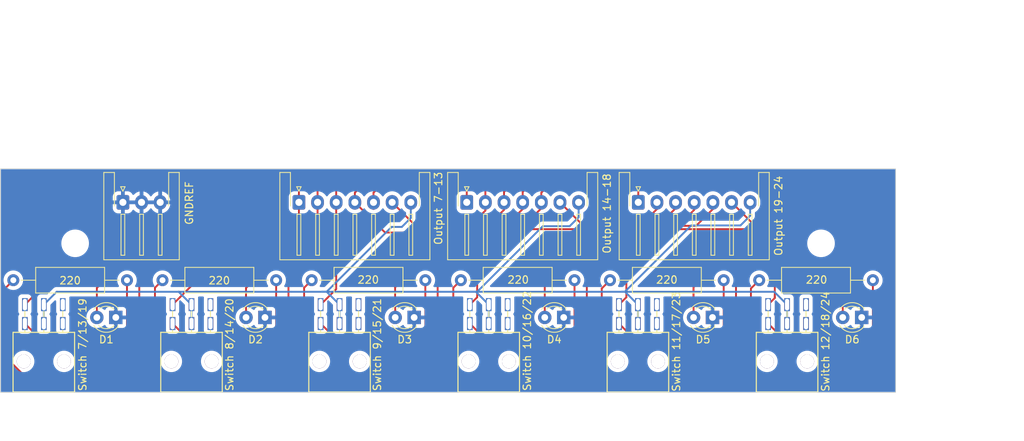
<source format=kicad_pcb>
(kicad_pcb (version 20221018) (generator pcbnew)
  (layers (0 "F.Cu" signal) (31 "B.Cu" signal) (34 "B.Paste" user) (35 "F.Paste" user) (36 "B.SilkS" user "B.Silkscreen") (37 "F.SilkS" user "F.Silkscreen") (38 "B.Mask" user) (39 "F.Mask" user) (44 "Edge.Cuts" user))
  (net 0 "")
  (net 1 "On_1")
  (net 2 "On_2")
  (net 3 "On_3")
  (net 4 "On_4")
  (net 5 "On_5")
  (net 6 "On_6")
  (net 7 "GNDREF")
  (net 8 "Net-(D1-A)")
  (net 9 "Net-(D2-A)")
  (net 10 "Net-(D3-A)")
  (net 11 "Net-(D4-A)")
  (net 12 "Net-(D5-A)")
  (net 13 "Net-(D6-A)")
  (net 14 "5V")
  (net 15 "Net-(R1-Pad1)")
  (net 16 "Net-(R2-Pad1)")
  (net 17 "Net-(R3-Pad1)")
  (net 18 "Net-(R4-Pad1)")
  (net 19 "Net-(R5-Pad1)")
  (net 20 "Net-(R6-Pad1)")
  (footprint "Resistor_THT:R_Axial_DIN0309_L9.0mm_D3.2mm_P15.24mm_Horizontal" (layer "F.Cu") (at 106.95 64.95 180)
    (fp_text reference "R3")
    (fp_text value "220" (at 7.65 0.05) (layer "F.SilkS"))
    (pad "1" thru_hole circle (at 0 0 180) (size 1.6 1.6) (drill 0.8) (layers "*.Cu" "*.Mask") (net 17 "Net-(R3-Pad1)"))
    (pad "2" thru_hole oval (at 15.24 0 180) (size 1.6 1.6) (drill 0.8) (layers "*.Cu" "*.Mask") (net 10 "Net-(D3-A)"))
  )
  (footprint "LED_THT:LED_D3.0mm" (layer "F.Cu") (at 85.45 69.95 180)
    (fp_text reference "D2" (at 1.27 -2.96) (layer "F.SilkS"))
    (fp_text value "LED")
    (pad "1" thru_hole rect (at 0 0 180) (size 1.8 1.8) (drill 0.9) (layers "*.Cu" "*.Mask") (net 7 "GNDREF"))
    (pad "2" thru_hole circle (at 2.54 0 180) (size 1.8 1.8) (drill 0.9) (layers "*.Cu" "*.Mask") (net 9 "Net-(D2-A)"))
  )
  (footprint "MountingHole:MountingHole_3.2mm_M3" (layer "F.Cu") (at 60 60)
    (fp_text reference "REF**")
    (fp_text value "MountingHole_3.2mm_M3")
    (pad "" np_thru_hole circle (at 0 0) (size 3.2 3.2) (drill 3.2) (layers "*.Cu" "*.Mask"))
  )
  (footprint "Resistor_THT:R_Axial_DIN0309_L9.0mm_D3.2mm_P15.24mm_Horizontal" (layer "F.Cu") (at 86.95 64.95 180)
    (fp_text reference "R2")
    (fp_text value "220" (at 7.62 -0.05) (layer "F.SilkS"))
    (pad "1" thru_hole circle (at 0 0 180) (size 1.6 1.6) (drill 0.8) (layers "*.Cu" "*.Mask") (net 16 "Net-(R2-Pad1)"))
    (pad "2" thru_hole oval (at 15.24 0 180) (size 1.6 1.6) (drill 0.8) (layers "*.Cu" "*.Mask") (net 9 "Net-(D2-A)"))
  )
  (footprint "Maxime:maxi_DPDT_Angled" (layer "F.Cu") (at 55.8 79.95)
    (fp_text reference "Switch1" hide)
    (fp_text value "Switch 7/13/19" (at 5.2 -6.35 270) (layer "F.SilkS"))
    (pad "" thru_hole circle (at -2.7 -4.1) (size 1.85 1.85) (drill 1.85) (layers "*.Cu" "*.Mask"))
    (pad "" thru_hole circle (at 2.7 -4.1) (size 1.85 1.85) (drill 1.85) (layers "*.Cu" "*.Mask"))
    (pad "1" thru_hole rect (at -2.54 -11.72) (size 0.75 1.75) (drill oval 0.55 1.55) (layers "*.Cu" "*.Mask") (net 1 "On_1"))
    (pad "2" thru_hole rect (at 0 -11.72) (size 0.75 1.75) (drill oval 0.55 1.55) (layers "*.Cu" "*.Mask") (net 14 "5V"))
    (pad "3" thru_hole rect (at 2.54 -11.72) (size 0.75 1.75) (drill oval 0.55 1.55) (layers "*.Cu" "*.Mask"))
    (pad "4" thru_hole rect (at -2.54 -9.18) (size 0.75 1.75) (drill oval 0.55 1.55) (layers "*.Cu" "*.Mask") (net 15 "Net-(R1-Pad1)"))
    (pad "5" thru_hole rect (at 0 -9.18) (size 0.75 1.75) (drill oval 0.55 1.55) (layers "*.Cu" "*.Mask") (net 14 "5V"))
    (pad "6" thru_hole rect (at 2.54 -9.18) (size 0.75 1.75) (drill oval 0.55 1.55) (layers "*.Cu" "*.Mask"))
  )
  (footprint "Resistor_THT:R_Axial_DIN0309_L9.0mm_D3.2mm_P15.24mm_Horizontal" (layer "F.Cu") (at 126.95 64.95 180)
    (fp_text reference "R4")
    (fp_text value "220" (at 7.55 0.05) (layer "F.SilkS"))
    (pad "1" thru_hole circle (at 0 0 180) (size 1.6 1.6) (drill 0.8) (layers "*.Cu" "*.Mask") (net 18 "Net-(R4-Pad1)"))
    (pad "2" thru_hole oval (at 15.24 0 180) (size 1.6 1.6) (drill 0.8) (layers "*.Cu" "*.Mask") (net 11 "Net-(D4-A)"))
  )
  (footprint "LED_THT:LED_D3.0mm" (layer "F.Cu") (at 65.45 69.95 180)
    (fp_text reference "D1" (at 1.27 -2.96) (layer "F.SilkS"))
    (fp_text value "LED")
    (pad "1" thru_hole rect (at 0 0 180) (size 1.8 1.8) (drill 0.9) (layers "*.Cu" "*.Mask") (net 7 "GNDREF"))
    (pad "2" thru_hole circle (at 2.54 0 180) (size 1.8 1.8) (drill 0.9) (layers "*.Cu" "*.Mask") (net 8 "Net-(D1-A)"))
  )
  (footprint "MountingHole:MountingHole_3.2mm_M3" (layer "F.Cu") (at 160 60)
    (fp_text reference "REF**")
    (fp_text value "MountingHole_3.2mm_M3")
    (pad "" np_thru_hole circle (at 0 0) (size 3.2 3.2) (drill 3.2) (layers "*.Cu" "*.Mask"))
  )
  (footprint "Connector_JST:JST_XH_S7B-XH-A-1_1x07_P2.50mm_Horizontal" (layer "F.Cu") (at 135.5 54.5)
    (fp_text reference "J10")
    (fp_text value "Output 19-24" (at 18.8 1.8 90) (layer "F.SilkS"))
    (pad "1" thru_hole roundrect (at 0 0) (size 1.7 1.95) (drill 0.95) (layers "*.Cu" "*.Mask") (roundrect_rratio 0.1470588235) (net 1 "On_1"))
    (pad "2" thru_hole oval (at 2.5 0) (size 1.7 1.95) (drill 0.95) (layers "*.Cu" "*.Mask") (net 2 "On_2"))
    (pad "3" thru_hole oval (at 5 0) (size 1.7 1.95) (drill 0.95) (layers "*.Cu" "*.Mask") (net 3 "On_3"))
    (pad "4" thru_hole oval (at 7.5 0) (size 1.7 1.95) (drill 0.95) (layers "*.Cu" "*.Mask") (net 4 "On_4"))
    (pad "5" thru_hole oval (at 10 0) (size 1.7 1.95) (drill 0.95) (layers "*.Cu" "*.Mask") (net 5 "On_5"))
    (pad "6" thru_hole oval (at 12.5 0) (size 1.7 1.95) (drill 0.95) (layers "*.Cu" "*.Mask") (net 6 "On_6"))
    (pad "7" thru_hole oval (at 15 0) (size 1.7 1.95) (drill 0.95) (layers "*.Cu" "*.Mask") (net 14 "5V"))
  )
  (footprint "LED_THT:LED_D3.0mm" (layer "F.Cu") (at 105.45 69.95 180)
    (fp_text reference "D3" (at 1.27 -2.96) (layer "F.SilkS"))
    (fp_text value "LED")
    (pad "1" thru_hole rect (at 0 0 180) (size 1.8 1.8) (drill 0.9) (layers "*.Cu" "*.Mask") (net 7 "GNDREF"))
    (pad "2" thru_hole circle (at 2.54 0 180) (size 1.8 1.8) (drill 0.9) (layers "*.Cu" "*.Mask") (net 10 "Net-(D3-A)"))
  )
  (footprint "LED_THT:LED_D3.0mm" (layer "F.Cu") (at 165.45 69.95 180)
    (fp_text reference "D6" (at 1.27 -2.96) (layer "F.SilkS"))
    (fp_text value "LED")
    (pad "1" thru_hole rect (at 0 0 180) (size 1.8 1.8) (drill 0.9) (layers "*.Cu" "*.Mask") (net 7 "GNDREF"))
    (pad "2" thru_hole circle (at 2.54 0 180) (size 1.8 1.8) (drill 0.9) (layers "*.Cu" "*.Mask") (net 13 "Net-(D6-A)"))
  )
  (footprint "Connector_JST:JST_XH_S3B-XH-A-1_1x03_P2.50mm_Horizontal" (layer "F.Cu") (at 66.4 54.5)
    (fp_text reference "J2")
    (fp_text value "GNDREF" (at 8.9 0.1 90) (layer "F.SilkS"))
    (pad "1" thru_hole roundrect (at 0 0) (size 1.7 1.95) (drill 0.95) (layers "*.Cu" "*.Mask") (roundrect_rratio 0.1470588235) (net 7 "GNDREF"))
    (pad "2" thru_hole oval (at 2.5 0) (size 1.7 1.95) (drill 0.95) (layers "*.Cu" "*.Mask") (net 7 "GNDREF"))
    (pad "3" thru_hole oval (at 5 0) (size 1.7 1.95) (drill 0.95) (layers "*.Cu" "*.Mask") (net 7 "GNDREF"))
  )
  (footprint "Connector_JST:JST_XH_S7B-XH-A-1_1x07_P2.50mm_Horizontal" (layer "F.Cu") (at 112.5 54.5)
    (fp_text reference "J9")
    (fp_text value "Output 14-18" (at 18.8 1.5 90) (layer "F.SilkS"))
    (pad "1" thru_hole roundrect (at 0 0) (size 1.7 1.95) (drill 0.95) (layers "*.Cu" "*.Mask") (roundrect_rratio 0.1470588235) (net 1 "On_1"))
    (pad "2" thru_hole oval (at 2.5 0) (size 1.7 1.95) (drill 0.95) (layers "*.Cu" "*.Mask") (net 2 "On_2"))
    (pad "3" thru_hole oval (at 5 0) (size 1.7 1.95) (drill 0.95) (layers "*.Cu" "*.Mask") (net 3 "On_3"))
    (pad "4" thru_hole oval (at 7.5 0) (size 1.7 1.95) (drill 0.95) (layers "*.Cu" "*.Mask") (net 4 "On_4"))
    (pad "5" thru_hole oval (at 10 0) (size 1.7 1.95) (drill 0.95) (layers "*.Cu" "*.Mask") (net 5 "On_5"))
    (pad "6" thru_hole oval (at 12.5 0) (size 1.7 1.95) (drill 0.95) (layers "*.Cu" "*.Mask") (net 6 "On_6"))
    (pad "7" thru_hole oval (at 15 0) (size 1.7 1.95) (drill 0.95) (layers "*.Cu" "*.Mask") (net 14 "5V"))
  )
  (footprint "Maxime:maxi_DPDT_Angled" (layer "F.Cu") (at 115.45 79.95)
    (fp_text reference "Switch4" hide)
    (fp_text value "Switch 10/16/22" (at 5.15 -6.85 270) (layer "F.SilkS"))
    (pad "" thru_hole circle (at -2.7 -4.1) (size 1.85 1.85) (drill 1.85) (layers "*.Cu" "*.Mask"))
    (pad "" thru_hole circle (at 2.7 -4.1) (size 1.85 1.85) (drill 1.85) (layers "*.Cu" "*.Mask"))
    (pad "1" thru_hole rect (at -2.54 -11.72) (size 0.75 1.75) (drill oval 0.55 1.55) (layers "*.Cu" "*.Mask") (net 4 "On_4"))
    (pad "2" thru_hole rect (at 0 -11.72) (size 0.75 1.75) (drill oval 0.55 1.55) (layers "*.Cu" "*.Mask") (net 14 "5V"))
    (pad "3" thru_hole rect (at 2.54 -11.72) (size 0.75 1.75) (drill oval 0.55 1.55) (layers "*.Cu" "*.Mask"))
    (pad "4" thru_hole rect (at -2.54 -9.18) (size 0.75 1.75) (drill oval 0.55 1.55) (layers "*.Cu" "*.Mask") (net 18 "Net-(R4-Pad1)"))
    (pad "5" thru_hole rect (at 0 -9.18) (size 0.75 1.75) (drill oval 0.55 1.55) (layers "*.Cu" "*.Mask") (net 14 "5V"))
    (pad "6" thru_hole rect (at 2.54 -9.18) (size 0.75 1.75) (drill oval 0.55 1.55) (layers "*.Cu" "*.Mask"))
  )
  (footprint "Connector_JST:JST_XH_S7B-XH-A-1_1x07_P2.50mm_Horizontal" (layer "F.Cu") (at 90 54.5)
    (fp_text reference "J8")
    (fp_text value "Output 7-13" (at 18.7 0.8 90) (layer "F.SilkS"))
    (pad "1" thru_hole roundrect (at 0 0) (size 1.7 1.95) (drill 0.95) (layers "*.Cu" "*.Mask") (roundrect_rratio 0.1470588235) (net 1 "On_1"))
    (pad "2" thru_hole oval (at 2.5 0) (size 1.7 1.95) (drill 0.95) (layers "*.Cu" "*.Mask") (net 2 "On_2"))
    (pad "3" thru_hole oval (at 5 0) (size 1.7 1.95) (drill 0.95) (layers "*.Cu" "*.Mask") (net 3 "On_3"))
    (pad "4" thru_hole oval (at 7.5 0) (size 1.7 1.95) (drill 0.95) (layers "*.Cu" "*.Mask") (net 4 "On_4"))
    (pad "5" thru_hole oval (at 10 0) (size 1.7 1.95) (drill 0.95) (layers "*.Cu" "*.Mask") (net 5 "On_5"))
    (pad "6" thru_hole oval (at 12.5 0) (size 1.7 1.95) (drill 0.95) (layers "*.Cu" "*.Mask") (net 6 "On_6"))
    (pad "7" thru_hole oval (at 15 0) (size 1.7 1.95) (drill 0.95) (layers "*.Cu" "*.Mask") (net 14 "5V"))
  )
  (footprint "Resistor_THT:R_Axial_DIN0309_L9.0mm_D3.2mm_P15.24mm_Horizontal" (layer "F.Cu") (at 166.95 64.95 180)
    (fp_text reference "R6")
    (fp_text value "220" (at 7.55 0.05) (layer "F.SilkS"))
    (pad "1" thru_hole circle (at 0 0 180) (size 1.6 1.6) (drill 0.8) (layers "*.Cu" "*.Mask") (net 20 "Net-(R6-Pad1)"))
    (pad "2" thru_hole oval (at 15.24 0 180) (size 1.6 1.6) (drill 0.8) (layers "*.Cu" "*.Mask") (net 13 "Net-(D6-A)"))
  )
  (footprint "LED_THT:LED_D3.0mm" (layer "F.Cu") (at 125.5 69.95 180)
    (fp_text reference "D4" (at 1.27 -2.96) (layer "F.SilkS"))
    (fp_text value "LED")
    (pad "1" thru_hole rect (at 0 0 180) (size 1.8 1.8) (drill 0.9) (layers "*.Cu" "*.Mask") (net 7 "GNDREF"))
    (pad "2" thru_hole circle (at 2.54 0 180) (size 1.8 1.8) (drill 0.9) (layers "*.Cu" "*.Mask") (net 11 "Net-(D4-A)"))
  )
  (footprint "Maxime:maxi_DPDT_Angled" (layer "F.Cu") (at 135.45 79.95)
    (fp_text reference "Switch5" hide)
    (fp_text value "Switch 11/17/23" (at 5.15 -6.75 270) (layer "F.SilkS"))
    (pad "" thru_hole circle (at -2.7 -4.1) (size 1.85 1.85) (drill 1.85) (layers "*.Cu" "*.Mask"))
    (pad "" thru_hole circle (at 2.7 -4.1) (size 1.85 1.85) (drill 1.85) (layers "*.Cu" "*.Mask"))
    (pad "1" thru_hole rect (at -2.54 -11.72) (size 0.75 1.75) (drill oval 0.55 1.55) (layers "*.Cu" "*.Mask") (net 5 "On_5"))
    (pad "2" thru_hole rect (at 0 -11.72) (size 0.75 1.75) (drill oval 0.55 1.55) (layers "*.Cu" "*.Mask") (net 14 "5V"))
    (pad "3" thru_hole rect (at 2.54 -11.72) (size 0.75 1.75) (drill oval 0.55 1.55) (layers "*.Cu" "*.Mask"))
    (pad "4" thru_hole rect (at -2.54 -9.18) (size 0.75 1.75) (drill oval 0.55 1.55) (layers "*.Cu" "*.Mask") (net 19 "Net-(R5-Pad1)"))
    (pad "5" thru_hole rect (at 0 -9.18) (size 0.75 1.75) (drill oval 0.55 1.55) (layers "*.Cu" "*.Mask") (net 14 "5V"))
    (pad "6" thru_hole rect (at 2.54 -9.18) (size 0.75 1.75) (drill oval 0.55 1.55) (layers "*.Cu" "*.Mask"))
  )
  (footprint "Maxime:maxi_DPDT_Angled" (layer "F.Cu") (at 75.6 79.95)
    (fp_text reference "Switch2" hide)
    (fp_text value "Switch 8/14/20" (at 5.1 -6.35 270) (layer "F.SilkS"))
    (pad "" thru_hole circle (at -2.7 -4.1) (size 1.85 1.85) (drill 1.85) (layers "*.Cu" "*.Mask"))
    (pad "" thru_hole circle (at 2.7 -4.1) (size 1.85 1.85) (drill 1.85) (layers "*.Cu" "*.Mask"))
    (pad "1" thru_hole rect (at -2.54 -11.72) (size 0.75 1.75) (drill oval 0.55 1.55) (layers "*.Cu" "*.Mask") (net 2 "On_2"))
    (pad "2" thru_hole rect (at 0 -11.72) (size 0.75 1.75) (drill oval 0.55 1.55) (layers "*.Cu" "*.Mask") (net 14 "5V"))
    (pad "3" thru_hole rect (at 2.54 -11.72) (size 0.75 1.75) (drill oval 0.55 1.55) (layers "*.Cu" "*.Mask"))
    (pad "4" thru_hole rect (at -2.54 -9.18) (size 0.75 1.75) (drill oval 0.55 1.55) (layers "*.Cu" "*.Mask") (net 16 "Net-(R2-Pad1)"))
    (pad "5" thru_hole rect (at 0 -9.18) (size 0.75 1.75) (drill oval 0.55 1.55) (layers "*.Cu" "*.Mask") (net 14 "5V"))
    (pad "6" thru_hole rect (at 2.54 -9.18) (size 0.75 1.75) (drill oval 0.55 1.55) (layers "*.Cu" "*.Mask"))
  )
  (footprint "Resistor_THT:R_Axial_DIN0309_L9.0mm_D3.2mm_P15.24mm_Horizontal" (layer "F.Cu") (at 146.95 64.95 180)
    (fp_text reference "R5")
    (fp_text value "220" (at 7.62 0.05) (layer "F.SilkS"))
    (pad "1" thru_hole circle (at 0 0 180) (size 1.6 1.6) (drill 0.8) (layers "*.Cu" "*.Mask") (net 19 "Net-(R5-Pad1)"))
    (pad "2" thru_hole oval (at 15.24 0 180) (size 1.6 1.6) (drill 0.8) (layers "*.Cu" "*.Mask") (net 12 "Net-(D5-A)"))
  )
  (footprint "Resistor_THT:R_Axial_DIN0309_L9.0mm_D3.2mm_P15.24mm_Horizontal" (layer "F.Cu") (at 66.95 64.95 180)
    (fp_text reference "R1")
    (fp_text value "220" (at 7.62 -0.05) (layer "F.SilkS"))
    (pad "1" thru_hole circle (at 0 0 180) (size 1.6 1.6) (drill 0.8) (layers "*.Cu" "*.Mask") (net 15 "Net-(R1-Pad1)"))
    (pad "2" thru_hole oval (at 15.24 0 180) (size 1.6 1.6) (drill 0.8) (layers "*.Cu" "*.Mask") (net 8 "Net-(D1-A)"))
  )
  (footprint "Maxime:maxi_DPDT_Angled" (layer "F.Cu") (at 95.45 79.95)
    (fp_text reference "Switch3" hide)
    (fp_text value "Switch 9/15/21" (at 5.05 -6.35 270) (layer "F.SilkS"))
    (pad "" thru_hole circle (at -2.7 -4.1) (size 1.85 1.85) (drill 1.85) (layers "*.Cu" "*.Mask"))
    (pad "" thru_hole circle (at 2.7 -4.1) (size 1.85 1.85) (drill 1.85) (layers "*.Cu" "*.Mask"))
    (pad "1" thru_hole rect (at -2.54 -11.72) (size 0.75 1.75) (drill oval 0.55 1.55) (layers "*.Cu" "*.Mask") (net 3 "On_3"))
    (pad "2" thru_hole rect (at 0 -11.72) (size 0.75 1.75) (drill oval 0.55 1.55) (layers "*.Cu" "*.Mask") (net 14 "5V"))
    (pad "3" thru_hole rect (at 2.54 -11.72) (size 0.75 1.75) (drill oval 0.55 1.55) (layers "*.Cu" "*.Mask"))
    (pad "4" thru_hole rect (at -2.54 -9.18) (size 0.75 1.75) (drill oval 0.55 1.55) (layers "*.Cu" "*.Mask") (net 17 "Net-(R3-Pad1)"))
    (pad "5" thru_hole rect (at 0 -9.18) (size 0.75 1.75) (drill oval 0.55 1.55) (layers "*.Cu" "*.Mask") (net 14 "5V"))
    (pad "6" thru_hole rect (at 2.54 -9.18) (size 0.75 1.75) (drill oval 0.55 1.55) (layers "*.Cu" "*.Mask"))
  )
  (footprint "LED_THT:LED_D3.0mm" (layer "F.Cu") (at 145.45 69.95 180)
    (fp_text reference "D5" (at 1.27 -2.96) (layer "F.SilkS"))
    (fp_text value "LED")
    (pad "1" thru_hole rect (at 0 0 180) (size 1.8 1.8) (drill 0.9) (layers "*.Cu" "*.Mask") (net 7 "GNDREF"))
    (pad "2" thru_hole circle (at 2.54 0 180) (size 1.8 1.8) (drill 0.9) (layers "*.Cu" "*.Mask") (net 12 "Net-(D5-A)"))
  )
  (footprint "Maxime:maxi_DPDT_Angled" (layer "F.Cu") (at 155.45 79.95)
    (fp_text reference "Switch6" hide)
    (fp_text value "Switch 12/18/24" (at 5.15 -6.75 270) (layer "F.SilkS"))
    (pad "" thru_hole circle (at -2.7 -4.1) (size 1.85 1.85) (drill 1.85) (layers "*.Cu" "*.Mask"))
    (pad "" thru_hole circle (at 2.7 -4.1) (size 1.85 1.85) (drill 1.85) (layers "*.Cu" "*.Mask"))
    (pad "1" thru_hole rect (at -2.54 -11.72) (size 0.75 1.75) (drill oval 0.55 1.55) (layers "*.Cu" "*.Mask") (net 6 "On_6"))
    (pad "2" thru_hole rect (at 0 -11.72) (size 0.75 1.75) (drill oval 0.55 1.55) (layers "*.Cu" "*.Mask") (net 14 "5V"))
    (pad "3" thru_hole rect (at 2.54 -11.72) (size 0.75 1.75) (drill oval 0.55 1.55) (layers "*.Cu" "*.Mask"))
    (pad "4" thru_hole rect (at -2.54 -9.18) (size 0.75 1.75) (drill oval 0.55 1.55) (layers "*.Cu" "*.Mask") (net 20 "Net-(R6-Pad1)"))
    (pad "5" thru_hole rect (at 0 -9.18) (size 0.75 1.75) (drill oval 0.55 1.55) (layers "*.Cu" "*.Mask") (net 14 "5V"))
    (pad "6" thru_hole rect (at 2.54 -9.18) (size 0.75 1.75) (drill oval 0.55 1.55) (layers "*.Cu" "*.Mask"))
  )
  (gr_rect (start 50 50) (end 170 80) (stroke (width 0.1)) (fill none) (layer "Edge.Cuts"))
  (segment (start 134.3 50.5) (end 135.5 51.7) (width 0.25) (layer "F.Cu") (net 1))
  (segment (start 90 52.4) (end 91.9 50.5) (width 0.25) (layer "F.Cu") (net 1))
  (segment (start 60.7 65) (end 63.263604 65) (width 0.25) (layer "F.Cu") (net 1))
  (segment (start 111.3 50.5) (end 112.5 51.7) (width 0.25) (layer "F.Cu") (net 1))
  (segment (start 53.26 68.23) (end 56.49 65) (width 0.25) (layer "F.Cu") (net 1))
  (segment (start 92 50.5) (end 109.9 50.5) (width 0.25) (layer "F.Cu") (net 1))
  (segment (start 90 60.5) (end 90 54.5) (width 0.25) (layer "F.Cu") (net 1))
  (segment (start 65.863604 62.4) (end 88.1 62.4) (width 0.25) (layer "F.Cu") (net 1))
  (segment (start 56.49 65) (end 60.7 65) (width 0.25) (layer "F.Cu") (net 1))
  (segment (start 60.7 65) (end 61.3 65) (width 0.25) (layer "F.Cu") (net 1))
  (segment (start 63.263604 65) (end 65.863604 62.4) (width 0.25) (layer "F.Cu") (net 1))
  (segment (start 90 52.4) (end 90 54.5) (width 0.25) (layer "F.Cu") (net 1))
  (segment (start 135.5 51.7) (end 135.5 54.5) (width 0.25) (layer "F.Cu") (net 1))
  (segment (start 109.9 50.5) (end 111.3 50.5) (width 0.25) (layer "F.Cu") (net 1))
  (segment (start 112.5 51.7) (end 112.5 54.5) (width 0.25) (layer "F.Cu") (net 1))
  (segment (start 88.1 62.4) (end 90 60.5) (width 0.25) (layer "F.Cu") (net 1))
  (segment (start 109.9 50.5) (end 134.3 50.5) (width 0.25) (layer "F.Cu") (net 1))
  (segment (start 91.9 50.5) (end 92 50.5) (width 0.25) (layer "F.Cu") (net 1))
  (segment (start 116 50.95) (end 128.65 50.95) (width 0.25) (layer "F.Cu") (net 2))
  (segment (start 91.05 62.85) (end 92.5 61.4) (width 0.25) (layer "F.Cu") (net 2))
  (segment (start 137.1 56.3) (end 138 55.4) (width 0.25) (layer "F.Cu") (net 2))
  (segment (start 128.65 50.95) (end 134 56.3) (width 0.25) (layer "F.Cu") (net 2))
  (segment (start 115 51.95) (end 116 50.95) (width 0.25) (layer "F.Cu") (net 2))
  (segment (start 115 54.5) (end 115 55.6) (width 0.25) (layer "F.Cu") (net 2))
  (segment (start 78.44 62.85) (end 91.05 62.85) (width 0.25) (layer "F.Cu") (net 2))
  (segment (start 115 55.6) (end 114.3 56.3) (width 0.25) (layer "F.Cu") (net 2))
  (segment (start 73.06 68.23) (end 74.045 67.245) (width 0.25) (layer "F.Cu") (net 2))
  (segment (start 92.5 54.5) (end 92.5 52.35) (width 0.25) (layer "F.Cu") (net 2))
  (segment (start 138 55.4) (end 138 54.5) (width 0.25) (layer "F.Cu") (net 2))
  (segment (start 93.9 50.95) (end 105.85 50.95) (width 0.25) (layer "F.Cu") (net 2))
  (segment (start 92.5 52.35) (end 93.9 50.95) (width 0.25) (layer "F.Cu") (net 2))
  (segment (start 74.045 67.245) (end 78.44 62.85) (width 0.25) (layer "F.Cu") (net 2))
  (segment (start 92.5 61.4) (end 92.5 54.5) (width 0.25) (layer "F.Cu") (net 2))
  (segment (start 111.2 56.3) (end 114.3 56.3) (width 0.25) (layer "F.Cu") (net 2))
  (segment (start 74.045 67.245) (end 74.1 67.19) (width 0.25) (layer "F.Cu") (net 2))
  (segment (start 115 54.5) (end 115 51.95) (width 0.25) (layer "F.Cu") (net 2))
  (segment (start 105.85 50.95) (end 111.2 56.3) (width 0.25) (layer "F.Cu") (net 2))
  (segment (start 134 56.3) (end 137.1 56.3) (width 0.25) (layer "F.Cu") (net 2))
  (segment (start 95 60.2) (end 95 54.5) (width 0.25) (layer "F.Cu") (net 3))
  (segment (start 117.5 53.1) (end 119.2 51.4) (width 0.25) (layer "F.Cu") (net 3))
  (segment (start 92.91 68.23) (end 93.8 67.34) (width 0.25) (layer "F.Cu") (net 3))
  (segment (start 111.013604 56.75) (end 116.25 56.75) (width 0.25) (layer "F.Cu") (net 3))
  (segment (start 95.9 51.4) (end 105.663604 51.4) (width 0.25) (layer "F.Cu") (net 3))
  (segment (start 119.2 51.4) (end 128.463604 51.4) (width 0.25) (layer "F.Cu") (net 3))
  (segment (start 95 54.5) (end 95 52.3) (width 0.25) (layer "F.Cu") (net 3))
  (segment (start 139.05 56.75) (end 140.5 55.3) (width 0.25) (layer "F.Cu") (net 3))
  (segment (start 95 52.3) (end 95.9 51.4) (width 0.25) (layer "F.Cu") (net 3))
  (segment (start 128.463604 51.4) (end 133.813604 56.75) (width 0.25) (layer "F.Cu") (net 3))
  (segment (start 116.25 56.75) (end 117.5 55.5) (width 0.25) (layer "F.Cu") (net 3))
  (segment (start 95 66.14) (end 93.8 67.34) (width 0.25) (layer "F.Cu") (net 3))
  (segment (start 105.663604 51.4) (end 111.013604 56.75) (width 0.25) (layer "F.Cu") (net 3))
  (segment (start 117.5 55.5) (end 117.5 54.5) (width 0.25) (layer "F.Cu") (net 3))
  (segment (start 117.5 54.5) (end 117.5 53.1) (width 0.25) (layer "F.Cu") (net 3))
  (segment (start 95 64) (end 95 60.2) (width 0.25) (layer "F.Cu") (net 3))
  (segment (start 133.813604 56.75) (end 139.05 56.75) (width 0.25) (layer "F.Cu") (net 3))
  (segment (start 140.5 55.3) (end 140.5 54.5) (width 0.25) (layer "F.Cu") (net 3))
  (segment (start 95 60.2) (end 95 66.14) (width 0.25) (layer "F.Cu") (net 3))
  (segment (start 118.2 57.2) (end 120 55.4) (width 0.25) (layer "F.Cu") (net 4))
  (segment (start 112.91 68.23) (end 113.9 67.24) (width 0.25) (layer "F.Cu") (net 4))
  (segment (start 97.5 53.2) (end 98.85 51.85) (width 0.25) (layer "F.Cu") (net 4))
  (segment (start 141.3 57.2) (end 143 55.5) (width 0.25) (layer "F.Cu") (net 4))
  (segment (start 110.827208 57.2) (end 118.2 57.2) (width 0.25) (layer "F.Cu") (net 4))
  (segment (start 121.25 51.85) (end 128.277208 51.85) (width 0.25) (layer "F.Cu") (net 4))
  (segment (start 143 55.5) (end 143 54.5) (width 0.25) (layer "F.Cu") (net 4))
  (segment (start 98.85 51.85) (end 105.477208 51.85) (width 0.25) (layer "F.Cu") (net 4))
  (segment (start 97.5 54.5) (end 97.5 53.2) (width 0.25) (layer "F.Cu") (net 4))
  (segment (start 113.9 60.3) (end 112.15 58.55) (width 0.25) (layer "F.Cu") (net 4))
  (segment (start 113.9 67.24) (end 113.9 60.3) (width 0.25) (layer "F.Cu") (net 4))
  (segment (start 120 54.5) (end 120 53.1) (width 0.25) (layer "F.Cu") (net 4))
  (segment (start 105.477208 51.85) (end 110.827208 57.2) (width 0.25) (layer "F.Cu") (net 4))
  (segment (start 112.15 58.55) (end 101.55 58.55) (width 0.25) (layer "F.Cu") (net 4))
  (segment (start 120 53.1) (end 121.25 51.85) (width 0.25) (layer "F.Cu") (net 4))
  (segment (start 133.627208 57.2) (end 141.3 57.2) (width 0.25) (layer "F.Cu") (net 4))
  (segment (start 128.277208 51.85) (end 133.627208 57.2) (width 0.25) (layer "F.Cu") (net 4))
  (segment (start 101.55 58.55) (end 97.5 54.5) (width 0.25) (layer "F.Cu") (net 4))
  (segment (start 120 55.4) (end 120 54.5) (width 0.25) (layer "F.Cu") (net 4))
  (segment (start 100 54.5) (end 100 53.2) (width 0.25) (layer "F.Cu") (net 5))
  (segment (start 133.9 67.24) (end 133.9 60.65) (width 0.25) (layer "F.Cu") (net 5))
  (segment (start 128.090812 52.3) (end 133.440812 57.65) (width 0.25) (layer "F.Cu") (net 5))
  (segment (start 133.9 60.65) (end 131.8 58.55) (width 0.25) (layer "F.Cu") (net 5))
  (segment (start 100 55.4) (end 100 54.5) (width 0.25) (layer "F.Cu") (net 5))
  (segment (start 105.390812 52.4) (end 110.640812 57.65) (width 0.25) (layer "F.Cu") (net 5))
  (segment (start 145.5 55.4) (end 145.5 54.5) (width 0.25) (layer "F.Cu") (net 5))
  (segment (start 100 53.2) (end 100.8 52.4) (width 0.25) (layer "F.Cu") (net 5))
  (segment (start 132.91 68.23) (end 133.9 67.24) (width 0.25) (layer "F.Cu") (net 5))
  (segment (start 100.8 52.4) (end 105.390812 52.4) (width 0.25) (layer "F.Cu") (net 5))
  (segment (start 120.15 57.65) (end 122.5 55.3) (width 0.25) (layer "F.Cu") (net 5))
  (segment (start 123.4 52.3) (end 128.090812 52.3) (width 0.25) (layer "F.Cu") (net 5))
  (segment (start 143.25 57.65) (end 145.5 55.4) (width 0.25) (layer "F.Cu") (net 5))
  (segment (start 133.440812 57.65) (end 143.25 57.65) (width 0.25) (layer "F.Cu") (net 5))
  (segment (start 110.640812 57.65) (end 120.15 57.65) (width 0.25) (layer "F.Cu") (net 5))
  (segment (start 122.5 54.5) (end 122.5 53.2) (width 0.25) (layer "F.Cu") (net 5))
  (segment (start 122.5 55.3) (end 122.5 54.5) (width 0.25) (layer "F.Cu") (net 5))
  (segment (start 122.5 53.2) (end 123.4 52.3) (width 0.25) (layer "F.Cu") (net 5))
  (segment (start 106.1 58.1) (end 102.5 54.5) (width 0.25) (layer "F.Cu") (net 6))
  (segment (start 106.9 58.1) (end 106.1 58.1) (width 0.25) (layer "F.Cu") (net 6))
  (segment (start 152.05 58.55) (end 153.8 60.3) (width 0.25) (layer "F.Cu") (net 6))
  (segment (start 151.6 58.1) (end 152.05 58.55) (width 0.25) (layer "F.Cu") (net 6))
  (segment (start 153.8 67.34) (end 152.91 68.23) (width 0.25) (layer "F.Cu") (net 6))
  (segment (start 148.3 58.1) (end 128.7 58.1) (width 0.25) (layer "F.Cu") (net 6))
  (segment (start 153.8 67.34) (end 153.8 67) (width 0.25) (layer "F.Cu") (net 6))
  (segment (start 153.8 60.5) (end 153.8 67.34) (width 0.25) (layer "F.Cu") (net 6))
  (segment (start 128.7 58.1) (end 106.9 58.1) (width 0.25) (layer "F.Cu") (net 6))
  (segment (start 128.6 58.1) (end 125 54.5) (width 0.25) (layer "F.Cu") (net 6))
  (segment (start 150.6 58.1) (end 148.3 58.1) (width 0.25) (layer "F.Cu") (net 6))
  (segment (start 153.8 60.3) (end 153.8 60.5) (width 0.25) (layer "F.Cu") (net 6))
  (segment (start 128.7 58.1) (end 128.6 58.1) (width 0.25) (layer "F.Cu") (net 6))
  (segment (start 148 54.5) (end 152.05 58.55) (width 0.25) (layer "F.Cu") (net 6))
  (segment (start 148.3 58.1) (end 151.6 58.1) (width 0.25) (layer "F.Cu") (net 6))
  (segment (start 65.6 63.3) (end 62.91 65.99) (width 0.25) (layer "F.Cu") (net 8))
  (segment (start 50.7 75.288478) (end 53.011522 77.6) (width 0.25) (layer "F.Cu") (net 8))
  (segment (start 64.3 77.6) (end 68.6 73.3) (width 0.25) (layer "F.Cu") (net 8))
  (segment (start 68.6 64.3) (end 67.6 63.3) (width 0.25) (layer "F.Cu") (net 8))
  (segment (start 51.71 64.95) (end 50.7 65.96) (width 0.25) (layer "F.Cu") (net 8))
  (segment (start 68.6 73.3) (end 68.6 64.3) (width 0.25) (layer "F.Cu") (net 8))
  (segment (start 50.7 65.96) (end 50.7 75.288478) (width 0.25) (layer "F.Cu") (net 8))
  (segment (start 62.91 65.99) (end 62.91 69.95) (width 0.25) (layer "F.Cu") (net 8))
  (segment (start 53.011522 77.6) (end 64.3 77.6) (width 0.25) (layer "F.Cu") (net 8))
  (segment (start 67.6 63.3) (end 65.6 63.3) (width 0.25) (layer "F.Cu") (net 8))
  (segment (start 82.91 69.95) (end 82.91 68.1) (width 0.25) (layer "F.Cu") (net 9))
  (segment (start 70.7 76.1) (end 72.2 77.6) (width 0.25) (layer "F.Cu") (net 9))
  (segment (start 82.91 67.01) (end 82.9 67) (width 0.25) (layer "F.Cu") (net 9))
  (segment (start 70.7 65.96) (end 70.7 76.1) (width 0.25) (layer "F.Cu") (net 9))
  (segment (start 82.91 65.99) (end 82.91 68.1) (width 0.25) (layer "F.Cu") (net 9))
  (segment (start 82.336396 77.6) (end 88.6 71.336396) (width 0.25) (layer "F.Cu") (net 9))
  (segment (start 88.6 64.3) (end 87.6 63.3) (width 0.25) (layer "F.Cu") (net 9))
  (segment (start 82.91 68.1) (end 82.91 67.01) (width 0.25) (layer "F.Cu") (net 9))
  (segment (start 87.6 63.3) (end 85.6 63.3) (width 0.25) (layer "F.Cu") (net 9))
  (segment (start 88.6 71.336396) (end 88.6 64.3) (width 0.25) (layer "F.Cu") (net 9))
  (segment (start 71.71 64.95) (end 70.7 65.96) (width 0.25) (layer "F.Cu") (net 9))
  (segment (start 72.2 77.6) (end 82.336396 77.6) (width 0.25) (layer "F.Cu") (net 9))
  (segment (start 85.6 63.3) (end 82.91 65.99) (width 0.25) (layer "F.Cu") (net 9))
  (segment (start 90.7 65.96) (end 90.7 76.3) (width 0.25) (layer "F.Cu") (net 10))
  (segment (start 91.71 64.95) (end 90.7 65.96) (width 0.25) (layer "F.Cu") (net 10))
  (segment (start 107.6 63.3) (end 105.5 63.3) (width 0.25) (layer "F.Cu") (net 10))
  (segment (start 105.5 63.3) (end 102.9 65.9) (width 0.25) (layer "F.Cu") (net 10))
  (segment (start 102.9 67.5) (end 102.91 67.51) (width 0.25) (layer "F.Cu") (net 10))
  (segment (start 102.91 67.51) (end 102.91 69.95) (width 0.25) (layer "F.Cu") (net 10))
  (segment (start 108.6 71.236396) (end 108.6 64.3) (width 0.25) (layer "F.Cu") (net 10))
  (segment (start 102.236396 77.6) (end 108.6 71.236396) (width 0.25) (layer "F.Cu") (net 10))
  (segment (start 90.7 76.3) (end 92 77.6) (width 0.25) (layer "F.Cu") (net 10))
  (segment (start 108.6 64.3) (end 107.6 63.3) (width 0.25) (layer "F.Cu") (net 10))
  (segment (start 102.9 65.9) (end 102.9 67.5) (width 0.25) (layer "F.Cu") (net 10))
  (segment (start 92 77.6) (end 102.236396 77.6) (width 0.25) (layer "F.Cu") (net 10))
  (segment (start 125.4 63.3) (end 127.6 63.3) (width 0.25) (layer "F.Cu") (net 11))
  (segment (start 127.6 63.3) (end 128.6 64.3) (width 0.25) (layer "F.Cu") (net 11))
  (segment (start 122.96 65.74) (end 125.4 63.3) (width 0.25) (layer "F.Cu") (net 11))
  (segment (start 112.1 77.6) (end 110.7 76.2) (width 0.25) (layer "F.Cu") (net 11))
  (segment (start 122.236396 77.6) (end 112.1 77.6) (width 0.25) (layer "F.Cu") (net 11))
  (segment (start 128.6 64.3) (end 128.6 71.236396) (width 0.25) (layer "F.Cu") (net 11))
  (segment (start 122.96 69.95) (end 122.96 65.74) (width 0.25) (layer "F.Cu") (net 11))
  (segment (start 110.7 76.2) (end 110.7 65.96) (width 0.25) (layer "F.Cu") (net 11))
  (segment (start 110.7 65.96) (end 111.71 64.95) (width 0.25) (layer "F.Cu") (net 11))
  (segment (start 128.6 71.236396) (end 122.236396 77.6) (width 0.25) (layer "F.Cu") (net 11))
  (segment (start 148.6 71.2) (end 148.6 64.3) (width 0.25) (layer "F.Cu") (net 12))
  (segment (start 144.55 64.25) (end 144.1 64.7) (width 0.25) (layer "F.Cu") (net 12))
  (segment (start 130.6 76.2) (end 132 77.6) (width 0.25) (layer "F.Cu") (net 12))
  (segment (start 142.91 65.89) (end 142.91 67.3) (width 0.25) (layer "F.Cu") (net 12))
  (segment (start 145.5 63.3) (end 144.55 64.25) (width 0.25) (layer "F.Cu") (net 12))
  (segment (start 142.2 77.6) (end 148.6 71.2) (width 0.25) (layer "F.Cu") (net 12))
  (segment (start 131.71 64.95) (end 130.6 66.06) (width 0.25) (layer "F.Cu") (net 12))
  (segment (start 148.6 64.3) (end 147.6 63.3) (width 0.25) (layer "F.Cu") (net 12))
  (segment (start 144.55 64.25) (end 142.91 65.89) (width 0.25) (layer "F.Cu") (net 12))
  (segment (start 130.6 66.06) (end 130.6 76.2) (width 0.25) (layer "F.Cu") (net 12))
  (segment (start 142.91 66.11) (end 142.91 67.3) (width 0.25) (layer "F.Cu") (net 12))
  (segment (start 142.91 67.3) (end 142.91 69.95) (width 0.25) (layer "F.Cu") (net 12))
  (segment (start 132 77.6) (end 142.2 77.6) (width 0.25) (layer "F.Cu") (net 12))
  (segment (start 147.6 63.3) (end 145.5 63.3) (width 0.25) (layer "F.Cu") (net 12))
  (segment (start 167.6 63.3) (end 165.5 63.3) (width 0.25) (layer "F.Cu") (net 13))
  (segment (start 162.336396 77.6) (end 168.6 71.336396) (width 0.25) (layer "F.Cu") (net 13))
  (segment (start 162.91 65.89) (end 162.91 69.95) (width 0.25) (layer "F.Cu") (net 13))
  (segment (start 168.6 71.336396) (end 168.6 64.3) (width 0.25) (layer "F.Cu") (net 13))
  (segment (start 151.71 64.95) (end 150.6 66.06) (width 0.25) (layer "F.Cu") (net 13))
  (segment (start 168.6 64.3) (end 167.6 63.3) (width 0.25) (layer "F.Cu") (net 13))
  (segment (start 150.6 66.06) (end 150.6 76.2) (width 0.25) (layer "F.Cu") (net 13))
  (segment (start 152 77.6) (end 162.336396 77.6) (width 0.25) (layer "F.Cu") (net 13))
  (segment (start 150.6 76.2) (end 152 77.6) (width 0.25) (layer "F.Cu") (net 13))
  (segment (start 165.5 63.3) (end 162.91 65.89) (width 0.25) (layer "F.Cu") (net 13))
  (segment (start 126.3 57.7) (end 127.5 56.5) (width 0.25) (layer "B.Cu") (net 14))
  (segment (start 122.7 57.7) (end 126.3 57.7) (width 0.25) (layer "B.Cu") (net 14))
  (segment (start 73.87 66.5) (end 93.1 66.5) (width 0.25) (layer "B.Cu") (net 14))
  (segment (start 113.9 66.5) (end 133.3 66.5) (width 0.25) (layer "B.Cu") (net 14))
  (segment (start 105 56.6) (end 105 54.5) (width 0.25) (layer "B.Cu") (net 14))
  (segment (start 135.45 68.23) (end 135.45 70.77) (width 0.25) (layer "B.Cu") (net 14))
  (segment (start 102.42 57.8) (end 103.8 57.8) (width 0.25) (layer "B.Cu") (net 14))
  (segment (start 113.72 66.5) (end 115.45 68.23) (width 0.25) (layer "B.Cu") (net 14))
  (segment (start 133.3 66.5) (end 133.72 66.5) (width 0.25) (layer "B.Cu") (net 14))
  (segment (start 73.87 66.5) (end 73.9 66.5) (width 0.25) (layer "B.Cu") (net 14))
  (segment (start 93.72 66.5) (end 95.45 68.23) (width 0.25) (layer "B.Cu") (net 14))
  (segment (start 133.72 66.5) (end 133.72 66.48) (width 0.25) (layer "B.Cu") (net 14))
  (segment (start 142.6 57.6) (end 149.2 57.6) (width 0.25) (layer "B.Cu") (net 14))
  (segment (start 73.87 66.5) (end 75.6 68.23) (width 0.25) (layer "B.Cu") (net 14))
  (segment (start 153.72 66.5) (end 155.45 68.23) (width 0.25) (layer "B.Cu") (net 14))
  (segment (start 113.9 66.5) (end 122.7 57.7) (width 0.25) (layer "B.Cu") (net 14))
  (segment (start 95.45 68.23) (end 95.45 70.77) (width 0.25) (layer "B.Cu") (net 14))
  (segment (start 103.8 57.8) (end 105 56.6) (width 0.25) (layer "B.Cu") (net 14))
  (segment (start 115.45 68.23) (end 115.45 70.77) (width 0.25) (layer "B.Cu") (net 14))
  (segment (start 93.1 66.5) (end 113 66.5) (width 0.25) (layer "B.Cu") (net 14))
  (segment (start 93.72 66.5) (end 102.42 57.8) (width 0.25) (layer "B.Cu") (net 14))
  (segment (start 55.8 68.23) (end 57.53 66.5) (width 0.25) (layer "B.Cu") (net 14))
  (segment (start 133.3 66.5) (end 153.72 66.5) (width 0.25) (layer "B.Cu") (net 14))
  (segment (start 133.72 66.48) (end 142.6 57.6) (width 0.25) (layer "B.Cu") (net 14))
  (segment (start 127.5 56.5) (end 127.5 54.5) (width 0.25) (layer "B.Cu") (net 14))
  (segment (start 75.6 68.23) (end 75.6 70.77) (width 0.25) (layer "B.Cu") (net 14))
  (segment (start 93.1 66.5) (end 93.72 66.5) (width 0.25) (layer "B.Cu") (net 14))
  (segment (start 55.8 68.23) (end 55.8 70.77) (width 0.25) (layer "B.Cu") (net 14))
  (segment (start 113 66.5) (end 113.72 66.5) (width 0.25) (layer "B.Cu") (net 14))
  (segment (start 113 66.5) (end 113.9 66.5) (width 0.25) (layer "B.Cu") (net 14))
  (segment (start 133.72 66.5) (end 135.45 68.23) (width 0.25) (layer "B.Cu") (net 14))
  (segment (start 155.45 68.23) (end 155.45 70.77) (width 0.25) (layer "B.Cu") (net 14))
  (segment (start 150.5 56.3) (end 149.2 57.6) (width 0.25) (layer "B.Cu") (net 14))
  (segment (start 57.53 66.5) (end 73.87 66.5) (width 0.25) (layer "B.Cu") (net 14))
  (segment (start 150.5 54.5) (end 150.5 56.3) (width 0.25) (layer "B.Cu") (net 14))
  (segment (start 66.95 72.25) (end 66.95 64.95) (width 0.25) (layer "F.Cu") (net 15))
  (segment (start 65.1 74.1) (end 66.95 72.25) (width 0.25) (layer "F.Cu") (net 15))
  (segment (start 53.26 70.77) (end 56.59 74.1) (width 0.25) (layer "F.Cu") (net 15))
  (segment (start 56.59 74.1) (end 65.1 74.1) (width 0.25) (layer "F.Cu") (net 15))
  (segment (start 73.06 70.77) (end 76.39 74.1) (width 0.25) (layer "F.Cu") (net 16))
  (segment (start 85.2 74.1) (end 86.95 72.35) (width 0.25) (layer "F.Cu") (net 16))
  (segment (start 86.95 72.35) (end 86.95 64.95) (width 0.25) (layer "F.Cu") (net 16))
  (segment (start 76.39 74.1) (end 85.2 74.1) (width 0.25) (layer "F.Cu") (net 16))
  (segment (start 106.95 72.25) (end 106.95 64.95) (width 0.25) (layer "F.Cu") (net 17))
  (segment (start 96.24 74.1) (end 105.1 74.1) (width 0.25) (layer "F.Cu") (net 17))
  (segment (start 92.91 70.77) (end 96.24 74.1) (width 0.25) (layer "F.Cu") (net 17))
  (segment (start 105.1 74.1) (end 106.95 72.25) (width 0.25) (layer "F.Cu") (net 17))
  (segment (start 126.95 72.25) (end 126.95 64.95) (width 0.25) (layer "F.Cu") (net 18))
  (segment (start 125.1 74.1) (end 126.95 72.25) (width 0.25) (layer "F.Cu") (net 18))
  (segment (start 112.91 70.77) (end 116.24 74.1) (width 0.25) (layer "F.Cu") (net 18))
  (segment (start 116.24 74.1) (end 125.1 74.1) (width 0.25) (layer "F.Cu") (net 18))
  (segment (start 145 74.1) (end 136.24 74.1) (width 0.25) (layer "F.Cu") (net 19))
  (segment (start 136.24 74.1) (end 132.91 70.77) (width 0.25) (layer "F.Cu") (net 19))
  (segment (start 146.95 72.15) (end 145 74.1) (width 0.25) (layer "F.Cu") (net 19))
  (segment (start 146.95 64.95) (end 146.95 72.15) (width 0.25) (layer "F.Cu") (net 19))
  (segment (start 156.24 74.1) (end 152.91 70.77) (width 0.25) (layer "F.Cu") (net 20))
  (segment (start 166.95 64.95) (end 166.95 72.35) (width 0.25) (layer "F.Cu") (net 20))
  (segment (start 165.2 74.1) (end 156.24 74.1) (width 0.25) (layer "F.Cu") (net 20))
  (segment (start 166.95 72.35) (end 165.2 74.1) (width 0.25) (layer "F.Cu") (net 20))
  (zone (net 7) (net_name "GNDREF") (layer "B.Cu") (connect_pads (clearance 0.508)) (min_thickness 0.254) (fill yes (thermal_gap 0.508) (thermal_bridge_width 0.508))
    (polygon (pts (xy 170 80) (xy 50 80) (xy 50 50) (xy 170 50)))
  )
)
</source>
